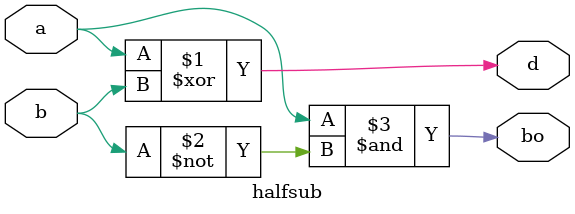
<source format=sv>
module halfsub(input a,b, output d,bo);
  assign d=a^b;
  assign bo=a&(~b);
endmodule  
  
</source>
